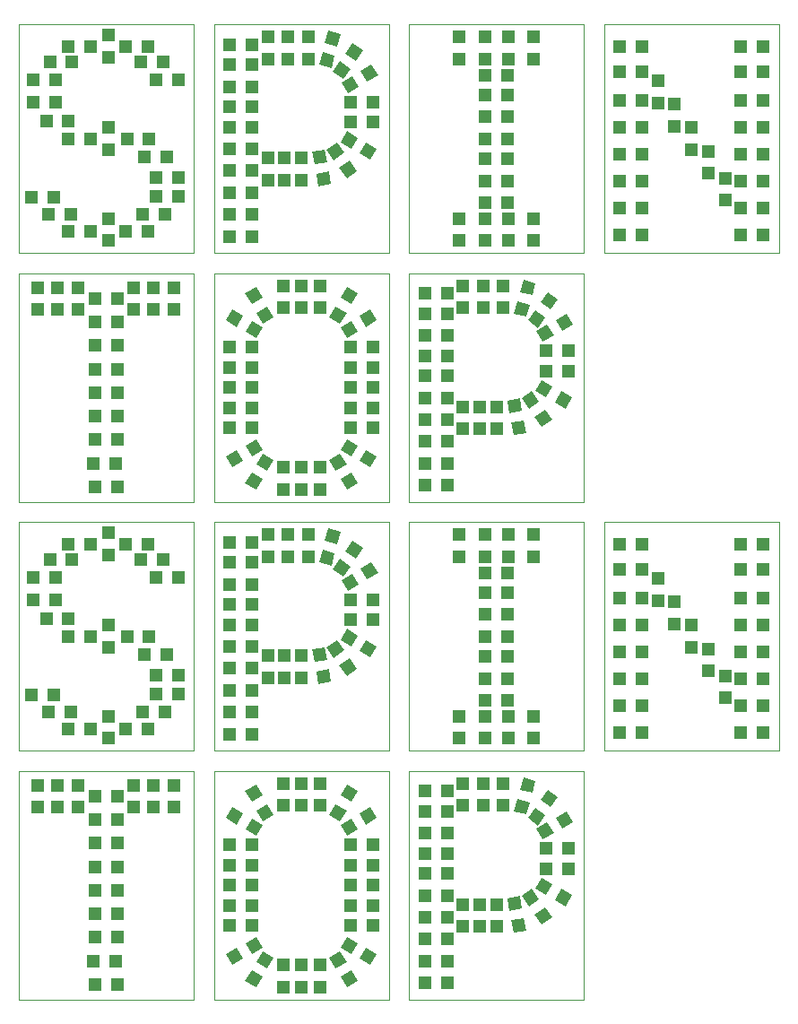
<source format=gtp>
G75*
G70*
%OFA0B0*%
%FSLAX25Y25*%
%IPPOS*%
%LPD*%
%AMOC8*
5,1,8,0,0,1.08239X$1,22.5*
%
%ADD17C,0.00000*%
%ADD19R,0.04720X0.04720*%
X0010000Y0010000D02*
G75*
%LPD*%
D17*
X0010000Y0010000D02*
X0010000Y0095000D01*
X0075000Y0095000D01*
X0075000Y0010000D01*
X0010000Y0010000D01*
D19*
X0038360Y0015620D03*
X0046630Y0015620D03*
X0046010Y0024370D03*
X0037740Y0024370D03*
X0038360Y0033120D03*
X0046630Y0033120D03*
X0046630Y0041870D03*
X0038360Y0041870D03*
X0038360Y0050620D03*
X0046630Y0050620D03*
X0046630Y0059370D03*
X0038360Y0059370D03*
X0038360Y0068120D03*
X0046630Y0068120D03*
X0046630Y0076870D03*
X0052500Y0081490D03*
X0046630Y0085620D03*
X0052500Y0089760D03*
X0060000Y0089760D03*
X0067500Y0089760D03*
X0067500Y0081490D03*
X0060000Y0081490D03*
X0038360Y0085620D03*
X0031870Y0081490D03*
X0038360Y0076870D03*
X0031870Y0089760D03*
X0024370Y0089760D03*
X0016870Y0089760D03*
X0016870Y0081490D03*
X0024370Y0081490D03*
X0082500Y0010000D02*
G75*
%LPD*%
D17*
X0082500Y0010000D02*
X0082500Y0095000D01*
X0147500Y0095000D01*
X0147500Y0010000D01*
X0082500Y0010000D01*
D19*
X0108120Y0014610D03*
X0115000Y0014610D03*
X0121870Y0014610D03*
X0121870Y0022880D03*
X0115000Y0022880D03*
X0108120Y0022880D03*
X0096630Y0037500D03*
X0096630Y0045000D03*
X0096630Y0052500D03*
X0096630Y0060000D03*
X0096630Y0067500D03*
X0088360Y0067500D03*
X0088360Y0060000D03*
X0088360Y0052500D03*
X0088360Y0045000D03*
X0088360Y0037500D03*
X0108120Y0082110D03*
X0115000Y0082110D03*
X0121870Y0082110D03*
X0121870Y0090380D03*
X0115000Y0090380D03*
X0108120Y0090380D03*
X0133360Y0067500D03*
X0133360Y0060000D03*
X0133360Y0052500D03*
X0133360Y0045000D03*
X0133360Y0037500D03*
X0141630Y0037500D03*
X0141630Y0045000D03*
X0141630Y0052500D03*
X0141630Y0060000D03*
X0141630Y0067500D03*
D19*
G36*
X0131810Y0070960D02*
X0129450Y0075040D01*
X0133530Y0077400D01*
X0135890Y0073320D01*
X0131810Y0070960D01*
G37*
G36*
X0129410Y0076320D02*
X0125330Y0078680D01*
X0127690Y0082760D01*
X0131770Y0080400D01*
X0129410Y0076320D01*
G37*
G36*
X0138970Y0075090D02*
X0136610Y0079170D01*
X0140690Y0081530D01*
X0143050Y0077450D01*
X0138970Y0075090D01*
G37*
G36*
X0133550Y0083480D02*
X0129470Y0085840D01*
X0131830Y0089920D01*
X0135910Y0087560D01*
X0133550Y0083480D01*
G37*
G36*
X0104660Y0078680D02*
X0100580Y0076320D01*
X0098220Y0080400D01*
X0102300Y0082760D01*
X0104660Y0078680D01*
G37*
G36*
X0100550Y0075040D02*
X0098190Y0070960D01*
X0094110Y0073320D01*
X0096470Y0077400D01*
X0100550Y0075040D01*
G37*
G36*
X0093390Y0079170D02*
X0091030Y0075090D01*
X0086950Y0077450D01*
X0089310Y0081530D01*
X0093390Y0079170D01*
G37*
G36*
X0100520Y0085840D02*
X0096440Y0083480D01*
X0094080Y0087560D01*
X0098160Y0089920D01*
X0100520Y0085840D01*
G37*
G36*
X0098190Y0033410D02*
X0100550Y0029330D01*
X0096470Y0026970D01*
X0094110Y0031050D01*
X0098190Y0033410D01*
G37*
G36*
X0100580Y0028050D02*
X0104660Y0025690D01*
X0102300Y0021610D01*
X0098220Y0023970D01*
X0100580Y0028050D01*
G37*
G36*
X0096440Y0020890D02*
X0100520Y0018530D01*
X0098160Y0014450D01*
X0094080Y0016810D01*
X0096440Y0020890D01*
G37*
G36*
X0091030Y0029270D02*
X0093390Y0025190D01*
X0089310Y0022830D01*
X0086950Y0026910D01*
X0091030Y0029270D01*
G37*
G36*
X0125330Y0025690D02*
X0129410Y0028050D01*
X0131770Y0023970D01*
X0127690Y0021610D01*
X0125330Y0025690D01*
G37*
G36*
X0129450Y0029330D02*
X0131810Y0033410D01*
X0135890Y0031050D01*
X0133530Y0026970D01*
X0129450Y0029330D01*
G37*
G36*
X0136610Y0025190D02*
X0138970Y0029270D01*
X0143050Y0026910D01*
X0140690Y0022830D01*
X0136610Y0025190D01*
G37*
G36*
X0129470Y0018530D02*
X0133550Y0020890D01*
X0135910Y0016810D01*
X0131830Y0014450D01*
X0129470Y0018530D01*
G37*
X0155000Y0010000D02*
G75*
%LPD*%
D17*
X0155000Y0010000D02*
X0155000Y0095000D01*
X0220000Y0095000D01*
X0220000Y0010000D01*
X0155000Y0010000D01*
D19*
X0160860Y0016250D03*
X0160860Y0024370D03*
X0160860Y0032500D03*
X0160860Y0040620D03*
X0160860Y0048750D03*
X0160860Y0056870D03*
X0160860Y0064370D03*
X0160860Y0071870D03*
X0160860Y0080000D03*
X0160860Y0087500D03*
X0169130Y0087500D03*
X0175000Y0090380D03*
X0182500Y0090380D03*
X0190000Y0090380D03*
X0190000Y0082110D03*
X0182500Y0082110D03*
X0175000Y0082110D03*
X0169130Y0080000D03*
X0169130Y0071870D03*
X0169130Y0064370D03*
X0169130Y0056870D03*
X0169130Y0048750D03*
X0175000Y0045380D03*
X0181250Y0045380D03*
X0187500Y0045380D03*
X0187500Y0037110D03*
X0181250Y0037110D03*
X0175000Y0037110D03*
X0169130Y0040620D03*
X0169130Y0032500D03*
X0169130Y0024370D03*
X0169130Y0016250D03*
X0205860Y0058750D03*
X0205860Y0066250D03*
X0214130Y0066250D03*
X0214130Y0058750D03*
D19*
G36*
X0201950Y0051200D02*
X0204310Y0055280D01*
X0208390Y0052920D01*
X0206030Y0048840D01*
X0201950Y0051200D01*
G37*
G36*
X0196860Y0048440D02*
X0200710Y0051150D01*
X0203420Y0047300D01*
X0199570Y0044590D01*
X0196860Y0048440D01*
G37*
G36*
X0191570Y0047680D02*
X0196210Y0048500D01*
X0197030Y0043860D01*
X0192390Y0043040D01*
X0191570Y0047680D01*
G37*
G36*
X0193010Y0039540D02*
X0197650Y0040360D01*
X0198470Y0035720D01*
X0193830Y0034900D01*
X0193010Y0039540D01*
G37*
G36*
X0201600Y0041660D02*
X0205450Y0044370D01*
X0208160Y0040520D01*
X0204310Y0037810D01*
X0201600Y0041660D01*
G37*
G36*
X0209110Y0047070D02*
X0211470Y0051150D01*
X0215550Y0048790D01*
X0213190Y0044710D01*
X0209110Y0047070D01*
G37*
G36*
X0204700Y0069480D02*
X0202340Y0073560D01*
X0206420Y0075920D01*
X0208780Y0071840D01*
X0204700Y0069480D01*
G37*
G36*
X0202970Y0074730D02*
X0199120Y0077440D01*
X0201830Y0081290D01*
X0205680Y0078580D01*
X0202970Y0074730D01*
G37*
G36*
X0198650Y0078850D02*
X0194100Y0080080D01*
X0195330Y0084630D01*
X0199880Y0083400D01*
X0198650Y0078850D01*
G37*
G36*
X0207710Y0081500D02*
X0203860Y0084210D01*
X0206570Y0088060D01*
X0210420Y0085350D01*
X0207710Y0081500D01*
G37*
G36*
X0211860Y0073610D02*
X0209500Y0077690D01*
X0213580Y0080050D01*
X0215940Y0075970D01*
X0211860Y0073610D01*
G37*
G36*
X0200790Y0086830D02*
X0196240Y0088060D01*
X0197470Y0092610D01*
X0202020Y0091380D01*
X0200790Y0086830D01*
G37*
X0010000Y0102500D02*
G75*
%LPD*%
D17*
X0010000Y0102500D02*
X0010000Y0187500D01*
X0075000Y0187500D01*
X0075000Y0102500D01*
X0010000Y0102500D01*
D19*
X0020860Y0116870D03*
X0022880Y0123120D03*
X0029130Y0116870D03*
X0028360Y0110620D03*
X0036630Y0110620D03*
X0043120Y0107110D03*
X0049610Y0110620D03*
X0043120Y0115380D03*
X0055860Y0116870D03*
X0057880Y0110620D03*
X0064130Y0116870D03*
X0060860Y0123750D03*
X0060860Y0130620D03*
X0056750Y0138230D03*
X0058400Y0145000D03*
X0065010Y0138230D03*
X0069130Y0130620D03*
X0069130Y0123750D03*
X0050130Y0145000D03*
X0043120Y0149130D03*
X0036450Y0145070D03*
X0043120Y0140860D03*
X0028180Y0145070D03*
X0028400Y0151610D03*
X0020130Y0151610D03*
X0023510Y0158750D03*
X0023510Y0166870D03*
X0021490Y0173750D03*
X0028360Y0179370D03*
X0029760Y0173750D03*
X0036630Y0179370D03*
X0043120Y0175240D03*
X0049610Y0179370D03*
X0055240Y0173750D03*
X0057880Y0179370D03*
X0063510Y0173750D03*
X0060860Y0166870D03*
X0069130Y0166870D03*
X0043120Y0183510D03*
X0015240Y0166870D03*
X0015240Y0158750D03*
X0014610Y0123120D03*
X0082500Y0102500D02*
G75*
%LPD*%
D17*
X0082500Y0102500D02*
X0082500Y0187500D01*
X0147500Y0187500D01*
X0147500Y0102500D01*
X0082500Y0102500D01*
D19*
X0088360Y0108750D03*
X0088360Y0116870D03*
X0088360Y0125000D03*
X0088360Y0133120D03*
X0088360Y0141250D03*
X0088360Y0149370D03*
X0088360Y0156870D03*
X0088360Y0164370D03*
X0088360Y0172500D03*
X0088360Y0180000D03*
X0096630Y0180000D03*
X0102500Y0182880D03*
X0110000Y0182880D03*
X0117500Y0182880D03*
X0117500Y0174610D03*
X0110000Y0174610D03*
X0102500Y0174610D03*
X0096630Y0172500D03*
X0096630Y0164370D03*
X0096630Y0156870D03*
X0096630Y0149370D03*
X0096630Y0141250D03*
X0102500Y0137880D03*
X0108750Y0137880D03*
X0115000Y0137880D03*
X0115000Y0129610D03*
X0108750Y0129610D03*
X0102500Y0129610D03*
X0096630Y0133120D03*
X0096630Y0125000D03*
X0096630Y0116870D03*
X0096630Y0108750D03*
X0133360Y0151250D03*
X0133360Y0158750D03*
X0141630Y0158750D03*
X0141630Y0151250D03*
D19*
G36*
X0129450Y0143700D02*
X0131810Y0147780D01*
X0135890Y0145420D01*
X0133530Y0141340D01*
X0129450Y0143700D01*
G37*
G36*
X0124360Y0140940D02*
X0128210Y0143650D01*
X0130920Y0139800D01*
X0127070Y0137090D01*
X0124360Y0140940D01*
G37*
G36*
X0119070Y0140180D02*
X0123710Y0141000D01*
X0124530Y0136360D01*
X0119890Y0135540D01*
X0119070Y0140180D01*
G37*
G36*
X0120510Y0132040D02*
X0125150Y0132860D01*
X0125970Y0128220D01*
X0121330Y0127400D01*
X0120510Y0132040D01*
G37*
G36*
X0129100Y0134160D02*
X0132950Y0136870D01*
X0135660Y0133020D01*
X0131810Y0130310D01*
X0129100Y0134160D01*
G37*
G36*
X0136610Y0139570D02*
X0138970Y0143650D01*
X0143050Y0141290D01*
X0140690Y0137210D01*
X0136610Y0139570D01*
G37*
G36*
X0132200Y0161980D02*
X0129840Y0166060D01*
X0133920Y0168420D01*
X0136280Y0164340D01*
X0132200Y0161980D01*
G37*
G36*
X0130470Y0167230D02*
X0126620Y0169940D01*
X0129330Y0173790D01*
X0133180Y0171080D01*
X0130470Y0167230D01*
G37*
G36*
X0126150Y0171350D02*
X0121600Y0172580D01*
X0122830Y0177130D01*
X0127380Y0175900D01*
X0126150Y0171350D01*
G37*
G36*
X0135210Y0174000D02*
X0131360Y0176710D01*
X0134070Y0180560D01*
X0137920Y0177850D01*
X0135210Y0174000D01*
G37*
G36*
X0139360Y0166110D02*
X0137000Y0170190D01*
X0141080Y0172550D01*
X0143440Y0168470D01*
X0139360Y0166110D01*
G37*
G36*
X0128290Y0179330D02*
X0123740Y0180560D01*
X0124970Y0185110D01*
X0129520Y0183880D01*
X0128290Y0179330D01*
G37*
X0155000Y0102500D02*
G75*
%LPD*%
D17*
X0155000Y0102500D02*
X0155000Y0187500D01*
X0220000Y0187500D01*
X0220000Y0102500D01*
X0155000Y0102500D01*
D19*
X0173750Y0107110D03*
X0173750Y0115380D03*
X0183120Y0115380D03*
X0183360Y0121250D03*
X0183360Y0129370D03*
X0183360Y0137500D03*
X0183360Y0145000D03*
X0183360Y0153120D03*
X0183360Y0161250D03*
X0183360Y0168750D03*
X0183120Y0174610D03*
X0183120Y0182880D03*
X0191870Y0182880D03*
X0191870Y0174610D03*
X0191630Y0168750D03*
X0191630Y0161250D03*
X0191630Y0153120D03*
X0191630Y0145000D03*
X0191630Y0137500D03*
X0191630Y0129370D03*
X0191630Y0121250D03*
X0191870Y0115380D03*
X0191870Y0107110D03*
X0183120Y0107110D03*
X0201250Y0107110D03*
X0201250Y0115380D03*
X0201250Y0174610D03*
X0201250Y0182880D03*
X0173750Y0182880D03*
X0173750Y0174610D03*
X0227500Y0102500D02*
G75*
%LPD*%
D17*
X0227500Y0102500D02*
X0227500Y0187500D01*
X0292500Y0187500D01*
X0292500Y0102500D01*
X0227500Y0102500D01*
D19*
X0233360Y0109370D03*
X0241630Y0109370D03*
X0241630Y0119370D03*
X0233360Y0119370D03*
X0233360Y0129370D03*
X0241630Y0129370D03*
X0241630Y0139370D03*
X0233360Y0139370D03*
X0233360Y0149370D03*
X0241630Y0149370D03*
X0247500Y0158360D03*
X0253750Y0157880D03*
X0253750Y0149610D03*
X0260000Y0149130D03*
X0260000Y0140860D03*
X0266250Y0140380D03*
X0266250Y0132110D03*
X0272500Y0130380D03*
X0278360Y0129370D03*
X0272500Y0122110D03*
X0278360Y0119370D03*
X0286630Y0119370D03*
X0286630Y0129370D03*
X0286630Y0139370D03*
X0278360Y0139370D03*
X0278360Y0149370D03*
X0286630Y0149370D03*
X0286630Y0159370D03*
X0278360Y0159370D03*
X0278360Y0170000D03*
X0286630Y0170000D03*
X0286630Y0179370D03*
X0278360Y0179370D03*
X0247500Y0166630D03*
X0241630Y0170000D03*
X0233360Y0170000D03*
X0233360Y0179370D03*
X0241630Y0179370D03*
X0241630Y0159370D03*
X0233360Y0159370D03*
X0278360Y0109370D03*
X0286630Y0109370D03*
X0010000Y0195000D02*
G75*
%LPD*%
D17*
X0010000Y0195000D02*
X0010000Y0280000D01*
X0075000Y0280000D01*
X0075000Y0195000D01*
X0010000Y0195000D01*
D19*
X0038360Y0200620D03*
X0046630Y0200620D03*
X0046010Y0209370D03*
X0037740Y0209370D03*
X0038360Y0218120D03*
X0046630Y0218120D03*
X0046630Y0226870D03*
X0038360Y0226870D03*
X0038360Y0235620D03*
X0046630Y0235620D03*
X0046630Y0244370D03*
X0038360Y0244370D03*
X0038360Y0253120D03*
X0046630Y0253120D03*
X0046630Y0261870D03*
X0052500Y0266490D03*
X0046630Y0270620D03*
X0052500Y0274760D03*
X0060000Y0274760D03*
X0067500Y0274760D03*
X0067500Y0266490D03*
X0060000Y0266490D03*
X0038360Y0270620D03*
X0031870Y0266490D03*
X0038360Y0261870D03*
X0031870Y0274760D03*
X0024370Y0274760D03*
X0016870Y0274760D03*
X0016870Y0266490D03*
X0024370Y0266490D03*
X0082500Y0195000D02*
G75*
%LPD*%
D17*
X0082500Y0195000D02*
X0082500Y0280000D01*
X0147500Y0280000D01*
X0147500Y0195000D01*
X0082500Y0195000D01*
D19*
X0108120Y0199610D03*
X0115000Y0199610D03*
X0121870Y0199610D03*
X0121870Y0207880D03*
X0115000Y0207880D03*
X0108120Y0207880D03*
X0096630Y0222500D03*
X0096630Y0230000D03*
X0096630Y0237500D03*
X0096630Y0245000D03*
X0096630Y0252500D03*
X0088360Y0252500D03*
X0088360Y0245000D03*
X0088360Y0237500D03*
X0088360Y0230000D03*
X0088360Y0222500D03*
X0108120Y0267110D03*
X0115000Y0267110D03*
X0121870Y0267110D03*
X0121870Y0275380D03*
X0115000Y0275380D03*
X0108120Y0275380D03*
X0133360Y0252500D03*
X0133360Y0245000D03*
X0133360Y0237500D03*
X0133360Y0230000D03*
X0133360Y0222500D03*
X0141630Y0222500D03*
X0141630Y0230000D03*
X0141630Y0237500D03*
X0141630Y0245000D03*
X0141630Y0252500D03*
D19*
G36*
X0131810Y0255960D02*
X0129450Y0260040D01*
X0133530Y0262400D01*
X0135890Y0258320D01*
X0131810Y0255960D01*
G37*
G36*
X0129410Y0261320D02*
X0125330Y0263680D01*
X0127690Y0267760D01*
X0131770Y0265400D01*
X0129410Y0261320D01*
G37*
G36*
X0138970Y0260090D02*
X0136610Y0264170D01*
X0140690Y0266530D01*
X0143050Y0262450D01*
X0138970Y0260090D01*
G37*
G36*
X0133550Y0268480D02*
X0129470Y0270840D01*
X0131830Y0274920D01*
X0135910Y0272560D01*
X0133550Y0268480D01*
G37*
G36*
X0104660Y0263680D02*
X0100580Y0261320D01*
X0098220Y0265400D01*
X0102300Y0267760D01*
X0104660Y0263680D01*
G37*
G36*
X0100550Y0260040D02*
X0098190Y0255960D01*
X0094110Y0258320D01*
X0096470Y0262400D01*
X0100550Y0260040D01*
G37*
G36*
X0093390Y0264170D02*
X0091030Y0260090D01*
X0086950Y0262450D01*
X0089310Y0266530D01*
X0093390Y0264170D01*
G37*
G36*
X0100520Y0270840D02*
X0096440Y0268480D01*
X0094080Y0272560D01*
X0098160Y0274920D01*
X0100520Y0270840D01*
G37*
G36*
X0098190Y0218410D02*
X0100550Y0214330D01*
X0096470Y0211970D01*
X0094110Y0216050D01*
X0098190Y0218410D01*
G37*
G36*
X0100580Y0213050D02*
X0104660Y0210690D01*
X0102300Y0206610D01*
X0098220Y0208970D01*
X0100580Y0213050D01*
G37*
G36*
X0096440Y0205890D02*
X0100520Y0203530D01*
X0098160Y0199450D01*
X0094080Y0201810D01*
X0096440Y0205890D01*
G37*
G36*
X0091030Y0214270D02*
X0093390Y0210190D01*
X0089310Y0207830D01*
X0086950Y0211910D01*
X0091030Y0214270D01*
G37*
G36*
X0125330Y0210690D02*
X0129410Y0213050D01*
X0131770Y0208970D01*
X0127690Y0206610D01*
X0125330Y0210690D01*
G37*
G36*
X0129450Y0214330D02*
X0131810Y0218410D01*
X0135890Y0216050D01*
X0133530Y0211970D01*
X0129450Y0214330D01*
G37*
G36*
X0136610Y0210190D02*
X0138970Y0214270D01*
X0143050Y0211910D01*
X0140690Y0207830D01*
X0136610Y0210190D01*
G37*
G36*
X0129470Y0203530D02*
X0133550Y0205890D01*
X0135910Y0201810D01*
X0131830Y0199450D01*
X0129470Y0203530D01*
G37*
X0155000Y0195000D02*
G75*
%LPD*%
D17*
X0155000Y0195000D02*
X0155000Y0280000D01*
X0220000Y0280000D01*
X0220000Y0195000D01*
X0155000Y0195000D01*
D19*
X0160860Y0201250D03*
X0160860Y0209370D03*
X0160860Y0217500D03*
X0160860Y0225620D03*
X0160860Y0233750D03*
X0160860Y0241870D03*
X0160860Y0249370D03*
X0160860Y0256870D03*
X0160860Y0265000D03*
X0160860Y0272500D03*
X0169130Y0272500D03*
X0175000Y0275380D03*
X0182500Y0275380D03*
X0190000Y0275380D03*
X0190000Y0267110D03*
X0182500Y0267110D03*
X0175000Y0267110D03*
X0169130Y0265000D03*
X0169130Y0256870D03*
X0169130Y0249370D03*
X0169130Y0241870D03*
X0169130Y0233750D03*
X0175000Y0230380D03*
X0181250Y0230380D03*
X0187500Y0230380D03*
X0187500Y0222110D03*
X0181250Y0222110D03*
X0175000Y0222110D03*
X0169130Y0225620D03*
X0169130Y0217500D03*
X0169130Y0209370D03*
X0169130Y0201250D03*
X0205860Y0243750D03*
X0205860Y0251250D03*
X0214130Y0251250D03*
X0214130Y0243750D03*
D19*
G36*
X0201950Y0236200D02*
X0204310Y0240280D01*
X0208390Y0237920D01*
X0206030Y0233840D01*
X0201950Y0236200D01*
G37*
G36*
X0196860Y0233440D02*
X0200710Y0236150D01*
X0203420Y0232300D01*
X0199570Y0229590D01*
X0196860Y0233440D01*
G37*
G36*
X0191570Y0232680D02*
X0196210Y0233500D01*
X0197030Y0228860D01*
X0192390Y0228040D01*
X0191570Y0232680D01*
G37*
G36*
X0193010Y0224540D02*
X0197650Y0225360D01*
X0198470Y0220720D01*
X0193830Y0219900D01*
X0193010Y0224540D01*
G37*
G36*
X0201600Y0226660D02*
X0205450Y0229370D01*
X0208160Y0225520D01*
X0204310Y0222810D01*
X0201600Y0226660D01*
G37*
G36*
X0209110Y0232070D02*
X0211470Y0236150D01*
X0215550Y0233790D01*
X0213190Y0229710D01*
X0209110Y0232070D01*
G37*
G36*
X0204700Y0254480D02*
X0202340Y0258560D01*
X0206420Y0260920D01*
X0208780Y0256840D01*
X0204700Y0254480D01*
G37*
G36*
X0202970Y0259730D02*
X0199120Y0262440D01*
X0201830Y0266290D01*
X0205680Y0263580D01*
X0202970Y0259730D01*
G37*
G36*
X0198650Y0263850D02*
X0194100Y0265080D01*
X0195330Y0269630D01*
X0199880Y0268400D01*
X0198650Y0263850D01*
G37*
G36*
X0207710Y0266500D02*
X0203860Y0269210D01*
X0206570Y0273060D01*
X0210420Y0270350D01*
X0207710Y0266500D01*
G37*
G36*
X0211860Y0258610D02*
X0209500Y0262690D01*
X0213580Y0265050D01*
X0215940Y0260970D01*
X0211860Y0258610D01*
G37*
G36*
X0200790Y0271830D02*
X0196240Y0273060D01*
X0197470Y0277610D01*
X0202020Y0276380D01*
X0200790Y0271830D01*
G37*
X0010000Y0287500D02*
G75*
%LPD*%
D17*
X0010000Y0287500D02*
X0010000Y0372500D01*
X0075000Y0372500D01*
X0075000Y0287500D01*
X0010000Y0287500D01*
D19*
X0020860Y0301870D03*
X0022880Y0308120D03*
X0029130Y0301870D03*
X0028360Y0295620D03*
X0036630Y0295620D03*
X0043120Y0292110D03*
X0049610Y0295620D03*
X0043120Y0300380D03*
X0055860Y0301870D03*
X0057880Y0295620D03*
X0064130Y0301870D03*
X0060860Y0308750D03*
X0060860Y0315620D03*
X0056750Y0323230D03*
X0058400Y0330000D03*
X0065010Y0323230D03*
X0069130Y0315620D03*
X0069130Y0308750D03*
X0050130Y0330000D03*
X0043120Y0334130D03*
X0036450Y0330070D03*
X0043120Y0325860D03*
X0028180Y0330070D03*
X0028400Y0336610D03*
X0020130Y0336610D03*
X0023510Y0343750D03*
X0023510Y0351870D03*
X0021490Y0358750D03*
X0028360Y0364370D03*
X0029760Y0358750D03*
X0036630Y0364370D03*
X0043120Y0360240D03*
X0049610Y0364370D03*
X0055240Y0358750D03*
X0057880Y0364370D03*
X0063510Y0358750D03*
X0060860Y0351870D03*
X0069130Y0351870D03*
X0043120Y0368510D03*
X0015240Y0351870D03*
X0015240Y0343750D03*
X0014610Y0308120D03*
X0082500Y0287500D02*
G75*
%LPD*%
D17*
X0082500Y0287500D02*
X0082500Y0372500D01*
X0147500Y0372500D01*
X0147500Y0287500D01*
X0082500Y0287500D01*
D19*
X0088360Y0293750D03*
X0088360Y0301870D03*
X0088360Y0310000D03*
X0088360Y0318120D03*
X0088360Y0326250D03*
X0088360Y0334370D03*
X0088360Y0341870D03*
X0088360Y0349370D03*
X0088360Y0357500D03*
X0088360Y0365000D03*
X0096630Y0365000D03*
X0102500Y0367880D03*
X0110000Y0367880D03*
X0117500Y0367880D03*
X0117500Y0359610D03*
X0110000Y0359610D03*
X0102500Y0359610D03*
X0096630Y0357500D03*
X0096630Y0349370D03*
X0096630Y0341870D03*
X0096630Y0334370D03*
X0096630Y0326250D03*
X0102500Y0322880D03*
X0108750Y0322880D03*
X0115000Y0322880D03*
X0115000Y0314610D03*
X0108750Y0314610D03*
X0102500Y0314610D03*
X0096630Y0318120D03*
X0096630Y0310000D03*
X0096630Y0301870D03*
X0096630Y0293750D03*
X0133360Y0336250D03*
X0133360Y0343750D03*
X0141630Y0343750D03*
X0141630Y0336250D03*
D19*
G36*
X0129450Y0328700D02*
X0131810Y0332780D01*
X0135890Y0330420D01*
X0133530Y0326340D01*
X0129450Y0328700D01*
G37*
G36*
X0124360Y0325940D02*
X0128210Y0328650D01*
X0130920Y0324800D01*
X0127070Y0322090D01*
X0124360Y0325940D01*
G37*
G36*
X0119070Y0325180D02*
X0123710Y0326000D01*
X0124530Y0321360D01*
X0119890Y0320540D01*
X0119070Y0325180D01*
G37*
G36*
X0120510Y0317040D02*
X0125150Y0317860D01*
X0125970Y0313220D01*
X0121330Y0312400D01*
X0120510Y0317040D01*
G37*
G36*
X0129100Y0319160D02*
X0132950Y0321870D01*
X0135660Y0318020D01*
X0131810Y0315310D01*
X0129100Y0319160D01*
G37*
G36*
X0136610Y0324570D02*
X0138970Y0328650D01*
X0143050Y0326290D01*
X0140690Y0322210D01*
X0136610Y0324570D01*
G37*
G36*
X0132200Y0346980D02*
X0129840Y0351060D01*
X0133920Y0353420D01*
X0136280Y0349340D01*
X0132200Y0346980D01*
G37*
G36*
X0130470Y0352230D02*
X0126620Y0354940D01*
X0129330Y0358790D01*
X0133180Y0356080D01*
X0130470Y0352230D01*
G37*
G36*
X0126150Y0356350D02*
X0121600Y0357580D01*
X0122830Y0362130D01*
X0127380Y0360900D01*
X0126150Y0356350D01*
G37*
G36*
X0135210Y0359000D02*
X0131360Y0361710D01*
X0134070Y0365560D01*
X0137920Y0362850D01*
X0135210Y0359000D01*
G37*
G36*
X0139360Y0351110D02*
X0137000Y0355190D01*
X0141080Y0357550D01*
X0143440Y0353470D01*
X0139360Y0351110D01*
G37*
G36*
X0128290Y0364330D02*
X0123740Y0365560D01*
X0124970Y0370110D01*
X0129520Y0368880D01*
X0128290Y0364330D01*
G37*
X0155000Y0287500D02*
G75*
%LPD*%
D17*
X0155000Y0287500D02*
X0155000Y0372500D01*
X0220000Y0372500D01*
X0220000Y0287500D01*
X0155000Y0287500D01*
D19*
X0173750Y0292110D03*
X0173750Y0300380D03*
X0183120Y0300380D03*
X0183360Y0306250D03*
X0183360Y0314370D03*
X0183360Y0322500D03*
X0183360Y0330000D03*
X0183360Y0338120D03*
X0183360Y0346250D03*
X0183360Y0353750D03*
X0183120Y0359610D03*
X0183120Y0367880D03*
X0191870Y0367880D03*
X0191870Y0359610D03*
X0191630Y0353750D03*
X0191630Y0346250D03*
X0191630Y0338120D03*
X0191630Y0330000D03*
X0191630Y0322500D03*
X0191630Y0314370D03*
X0191630Y0306250D03*
X0191870Y0300380D03*
X0191870Y0292110D03*
X0183120Y0292110D03*
X0201250Y0292110D03*
X0201250Y0300380D03*
X0201250Y0359610D03*
X0201250Y0367880D03*
X0173750Y0367880D03*
X0173750Y0359610D03*
X0227500Y0287500D02*
G75*
%LPD*%
D17*
X0227500Y0287500D02*
X0227500Y0372500D01*
X0292500Y0372500D01*
X0292500Y0287500D01*
X0227500Y0287500D01*
D19*
X0233360Y0294370D03*
X0241630Y0294370D03*
X0241630Y0304370D03*
X0233360Y0304370D03*
X0233360Y0314370D03*
X0241630Y0314370D03*
X0241630Y0324370D03*
X0233360Y0324370D03*
X0233360Y0334370D03*
X0241630Y0334370D03*
X0247500Y0343360D03*
X0253750Y0342880D03*
X0253750Y0334610D03*
X0260000Y0334130D03*
X0260000Y0325860D03*
X0266250Y0325380D03*
X0266250Y0317110D03*
X0272500Y0315380D03*
X0278360Y0314370D03*
X0272500Y0307110D03*
X0278360Y0304370D03*
X0286630Y0304370D03*
X0286630Y0314370D03*
X0286630Y0324370D03*
X0278360Y0324370D03*
X0278360Y0334370D03*
X0286630Y0334370D03*
X0286630Y0344370D03*
X0278360Y0344370D03*
X0278360Y0355000D03*
X0286630Y0355000D03*
X0286630Y0364370D03*
X0278360Y0364370D03*
X0247500Y0351630D03*
X0241630Y0355000D03*
X0233360Y0355000D03*
X0233360Y0364370D03*
X0241630Y0364370D03*
X0241630Y0344370D03*
X0233360Y0344370D03*
X0278360Y0294370D03*
X0286630Y0294370D03*
M02*

</source>
